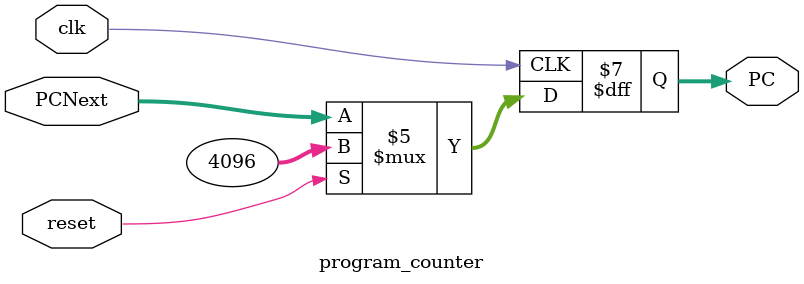
<source format=v>
module program_counter(input clk,reset,
			input [31:0] PCNext,
			output reg [31:0] PC);
initial begin
PC<=32'h00001000;
end
always @(posedge clk) begin
if(reset==1'b0)PC<=PCNext;
else PC<=32'h00001000;

end
endmodule

</source>
